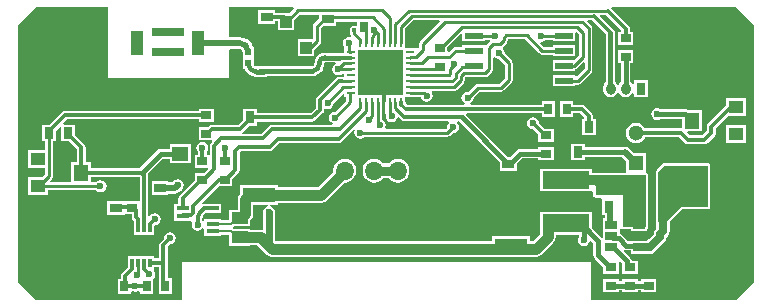
<source format=gtl>
G04*
G04 #@! TF.GenerationSoftware,Altium Limited,Altium Designer,19.0.11 (319)*
G04*
G04 Layer_Physical_Order=1*
G04 Layer_Color=255*
%FSLAX25Y25*%
%MOIN*%
G70*
G01*
G75*
%ADD10C,0.00787*%
%ADD36R,0.01181X0.02953*%
%ADD37R,0.02756X0.03543*%
%ADD38R,0.03150X0.01121*%
%ADD39R,0.01121X0.03150*%
%ADD40R,0.03937X0.07874*%
%ADD41R,0.11024X0.02756*%
%ADD42R,0.06000X0.02100*%
%ADD43R,0.03150X0.03937*%
%ADD44R,0.03937X0.02756*%
%ADD45R,0.04200X0.01654*%
%ADD46R,0.11063X0.04882*%
%ADD47R,0.04882X0.11063*%
%ADD48R,0.15748X0.05906*%
%ADD49R,0.05512X0.03937*%
%ADD50R,0.05118X0.04331*%
%ADD51R,0.05118X0.05512*%
%ADD52R,0.03543X0.02756*%
%ADD53R,0.02165X0.02165*%
%ADD54R,0.03843X0.03000*%
%ADD55R,0.03000X0.03843*%
%ADD56R,0.03858X0.04331*%
%ADD92C,0.01575*%
%ADD93C,0.02165*%
%ADD94R,0.05512X0.04724*%
%ADD95R,0.05512X0.07874*%
%ADD96R,0.06890X0.05709*%
%ADD97R,0.12402X0.12402*%
%ADD98C,0.01181*%
%ADD99C,0.00984*%
%ADD100C,0.01122*%
%ADD101C,0.03543*%
%ADD102C,0.01968*%
%ADD103C,0.02362*%
%ADD104C,0.03150*%
%ADD105C,0.01500*%
%ADD106C,0.01378*%
%ADD107C,0.02756*%
%ADD108R,0.04000X0.03150*%
%ADD109O,0.04000X0.03150*%
%ADD110O,0.05906X0.06299*%
%ADD111R,0.05118X0.06890*%
%ADD112O,0.03150X0.04000*%
%ADD113R,0.03150X0.04000*%
%ADD114C,0.05906*%
%ADD115R,0.05906X0.05906*%
%ADD116C,0.05118*%
%ADD117R,0.05118X0.05118*%
%ADD118C,0.27559*%
%ADD119C,0.02362*%
%ADD120C,0.01575*%
G36*
X92393Y97728D02*
X90925Y96260D01*
X86865D01*
Y96210D01*
X85937D01*
Y97092D01*
X80519D01*
Y92517D01*
X85937D01*
Y93400D01*
X86865D01*
Y90354D01*
X92298D01*
Y93744D01*
X94187Y95633D01*
X100834D01*
Y94558D01*
X99028Y92751D01*
X98730Y92305D01*
X98625Y91779D01*
Y87598D01*
X93558D01*
Y81693D01*
X98991D01*
Y83795D01*
X100972Y85776D01*
X101270Y86222D01*
X101375Y86748D01*
Y91210D01*
X102013Y91848D01*
X106252D01*
Y93281D01*
X113524D01*
Y92168D01*
X113024Y91951D01*
X112484Y92058D01*
X111870Y91936D01*
X111349Y91588D01*
X111001Y91067D01*
X110879Y90453D01*
X111001Y89838D01*
X111180Y89571D01*
Y89271D01*
X111279Y88772D01*
X111405Y88583D01*
X111104Y88133D01*
X110630Y88227D01*
X109862Y88075D01*
X109211Y87640D01*
X108776Y86989D01*
X108623Y86221D01*
X108776Y85452D01*
X109013Y85098D01*
X109055Y84615D01*
X109055Y84615D01*
Y82704D01*
X108212D01*
X108095Y82783D01*
X107480Y82905D01*
X102559D01*
X102530Y82899D01*
X101686Y82788D01*
X100871Y82451D01*
X100172Y81914D01*
X99636Y81215D01*
X99299Y80401D01*
X99194Y79606D01*
X99184Y79528D01*
X99182D01*
X99175Y79114D01*
X99016Y78680D01*
X98961Y78597D01*
X98724Y78439D01*
X98445Y78384D01*
Y78377D01*
X91339D01*
X91237Y78357D01*
X83465D01*
Y78466D01*
X81454D01*
X81299Y78497D01*
X81144Y78466D01*
X79724D01*
Y78466D01*
X79336Y78365D01*
X78937Y78697D01*
Y81214D01*
X78937D01*
Y81217D01*
X78937D01*
Y83182D01*
X78954Y83268D01*
X78959D01*
X78937Y83434D01*
Y84957D01*
X78615D01*
X78307Y85700D01*
X77534Y86707D01*
X76527Y87480D01*
X75353Y87966D01*
X74094Y88132D01*
Y88128D01*
X70760D01*
Y98228D01*
X92186D01*
X92393Y97728D01*
D02*
G37*
G36*
X245669Y92126D02*
X245669Y6398D01*
X239862Y591D01*
X191339Y591D01*
X191339Y12992D01*
X54921Y12992D01*
X54921Y591D01*
X6398D01*
X492Y6496D01*
X492Y92224D01*
X6299Y98032D01*
X30378Y98032D01*
X30417Y74508D01*
X70760Y74508D01*
Y83795D01*
X71260Y84251D01*
X74437D01*
X74497Y84239D01*
X74838Y84011D01*
X75031Y83722D01*
X75141Y83268D01*
X75141Y83268D01*
X75197Y82985D01*
Y81217D01*
X75197D01*
Y81214D01*
X75197D01*
Y77473D01*
X75902D01*
X76051Y77113D01*
X76760Y76190D01*
X77684Y75481D01*
X78760Y75035D01*
X79724Y74908D01*
Y74726D01*
X83465D01*
Y75146D01*
X91318D01*
X91318Y75146D01*
X91420Y75166D01*
X98445D01*
Y75163D01*
X99467Y75298D01*
X100420Y75692D01*
X101239Y76320D01*
X101867Y77139D01*
X102261Y78092D01*
X102396Y79114D01*
X102396Y79114D01*
X102413Y79349D01*
X102658Y79694D01*
X106084D01*
X106385Y79230D01*
X106381Y79194D01*
X105765Y78782D01*
X105330Y78131D01*
X105177Y77363D01*
X105330Y76595D01*
X105765Y75944D01*
X106416Y75509D01*
X107184Y75356D01*
X107952Y75509D01*
X108555Y75911D01*
X108824Y75845D01*
X109055Y75742D01*
Y74955D01*
X108555Y74811D01*
X108464Y74829D01*
X107207D01*
X106669Y74722D01*
X106213Y74418D01*
X99991Y68195D01*
X99686Y67739D01*
X99579Y67202D01*
Y64399D01*
X97904Y62724D01*
X80006D01*
Y64028D01*
X75431D01*
Y60597D01*
X73719Y58885D01*
X65059D01*
X64521Y58778D01*
X64066Y58474D01*
X63663Y58071D01*
X60532D01*
Y53740D01*
X64880D01*
X65071Y53278D01*
X64755Y52962D01*
X64450Y52506D01*
X64343Y51968D01*
Y48898D01*
X63216D01*
Y49752D01*
X63230Y49762D01*
X63665Y50413D01*
X63818Y51181D01*
X63665Y51949D01*
X63230Y52600D01*
X62579Y53035D01*
X61811Y53188D01*
X61043Y53035D01*
X60392Y52600D01*
X59957Y51949D01*
X59804Y51181D01*
X59957Y50413D01*
X60392Y49762D01*
X60406Y49752D01*
Y48898D01*
X59252D01*
Y44567D01*
X63580D01*
X63772Y44105D01*
X62383Y42717D01*
X59252D01*
Y40373D01*
X54243Y35364D01*
X53938Y34908D01*
X53831Y34370D01*
Y32618D01*
X52349D01*
Y29390D01*
Y26831D01*
X58096D01*
X58455Y26468D01*
X58382Y26359D01*
X58229Y25591D01*
X58382Y24823D01*
X58817Y24171D01*
X59468Y23736D01*
X60236Y23584D01*
X61004Y23736D01*
X61655Y24171D01*
X61849Y24461D01*
X62349Y24309D01*
Y21713D01*
X68124D01*
Y22122D01*
X70669D01*
Y18583D01*
X77756D01*
Y18729D01*
X80140D01*
X83273Y15596D01*
X84120Y15030D01*
X85118Y14832D01*
X172953D01*
X173951Y15030D01*
X174798Y15596D01*
X178617Y19415D01*
X178617Y19415D01*
X178814Y19612D01*
X179379Y20458D01*
X179578Y21457D01*
Y22244D01*
X187371D01*
Y21613D01*
X187122Y21240D01*
X186969Y20472D01*
X187122Y19704D01*
X187557Y19053D01*
X188208Y18618D01*
X188976Y18465D01*
X189744Y18618D01*
X190396Y19053D01*
X190831Y19704D01*
X190917Y20136D01*
X191459Y20301D01*
X192133Y19626D01*
Y15354D01*
X192253Y14754D01*
X192592Y14246D01*
X195472Y11366D01*
Y9252D01*
X200590D01*
Y13279D01*
X201091Y13486D01*
X201742Y12835D01*
Y11986D01*
X201772Y11835D01*
Y9193D01*
X206890D01*
Y13524D01*
X204869D01*
X204757Y14084D01*
X204417Y14592D01*
X202300Y16709D01*
X202500Y17164D01*
X202531Y17186D01*
X203103Y17072D01*
X204565D01*
Y15846D01*
X207208D01*
X207421Y15804D01*
X210925D01*
X211770Y15972D01*
X212486Y16451D01*
X215931Y19896D01*
X216410Y20612D01*
X216573Y21433D01*
X216915Y21776D01*
X217394Y22492D01*
X217562Y23337D01*
Y26466D01*
X221789Y30693D01*
X229961Y30693D01*
X229961Y30693D01*
X230269Y30754D01*
X230529Y30928D01*
X230883Y31282D01*
X231057Y31542D01*
X231118Y31850D01*
X231118Y45276D01*
X231057Y45583D01*
X230883Y45843D01*
X230622Y46017D01*
X230315Y46078D01*
X215748D01*
X215748Y46078D01*
X215441Y46017D01*
X215180Y45843D01*
X213212Y43875D01*
X213038Y43614D01*
X212977Y43307D01*
X212977Y26575D01*
X213038Y26268D01*
X213147Y26105D01*
Y24251D01*
X212809Y23914D01*
X212330Y23198D01*
X212167Y22376D01*
X210011Y20220D01*
X207421D01*
X207208Y20177D01*
X206945D01*
X206793Y20207D01*
X203752D01*
X201727Y22232D01*
X201218Y22572D01*
X200946Y22626D01*
Y24222D01*
X201447Y24374D01*
X201499Y24295D01*
X201760Y24121D01*
X202067Y24059D01*
X204565D01*
Y23327D01*
X210077D01*
Y24309D01*
X210213Y24400D01*
X210387Y24661D01*
X210449Y24968D01*
Y42028D01*
X210387Y42335D01*
X210213Y42595D01*
X209953Y42769D01*
X209744Y43185D01*
Y49528D01*
X205606D01*
X204053Y51080D01*
X203467Y51472D01*
X202776Y51609D01*
X202084Y51472D01*
X201990Y51409D01*
X189370D01*
Y52559D01*
X184646D01*
Y47047D01*
X189370D01*
Y48197D01*
X201827D01*
X203051Y46973D01*
X203051Y42835D01*
X202553Y42830D01*
X191732D01*
Y44291D01*
X174409D01*
Y36811D01*
X191732D01*
X192111Y36517D01*
Y35433D01*
X192172Y35126D01*
X192346Y34865D01*
X192606Y34691D01*
X192913Y34630D01*
X194794D01*
X194975Y34205D01*
X194975Y34130D01*
Y28787D01*
X195920D01*
Y27657D01*
X195435D01*
Y23327D01*
Y21348D01*
X194935Y21196D01*
X194809Y21384D01*
X191732Y24461D01*
Y29724D01*
X174409D01*
Y25055D01*
X174359Y24803D01*
Y22537D01*
X171872Y20050D01*
X170984D01*
Y21868D01*
X158346D01*
Y20050D01*
X86199D01*
X86053Y20196D01*
Y29823D01*
X85900Y30591D01*
X85465Y31242D01*
X84814Y31677D01*
X84378Y31764D01*
X84428Y32264D01*
X87028D01*
Y32883D01*
X101358D01*
X102357Y33081D01*
X103203Y33647D01*
X109179Y39623D01*
X109252Y39613D01*
X110228Y39742D01*
X111138Y40119D01*
X111919Y40718D01*
X112519Y41500D01*
X112896Y42410D01*
X113024Y43386D01*
Y43780D01*
X112896Y44756D01*
X112519Y45666D01*
X111919Y46447D01*
X111138Y47047D01*
X110228Y47423D01*
X109252Y47552D01*
X108276Y47423D01*
X107366Y47047D01*
X106585Y46447D01*
X105985Y45666D01*
X105608Y44756D01*
X105480Y43780D01*
Y43386D01*
X105489Y43313D01*
X100277Y38101D01*
X87028D01*
Y38721D01*
X74390D01*
Y35929D01*
X74316Y35880D01*
X73751Y35034D01*
X73552Y34035D01*
Y30630D01*
X70669D01*
Y27090D01*
X69882D01*
X69882Y27090D01*
X68143D01*
Y27500D01*
X62369D01*
Y27101D01*
X61869Y26886D01*
X61641Y27102D01*
Y27763D01*
X61676Y27798D01*
X61981Y28253D01*
X62066Y28681D01*
X62774Y29390D01*
X68124D01*
Y32618D01*
X62349D01*
Y32618D01*
X62029Y32638D01*
X61847Y32762D01*
X61827Y32921D01*
X67291Y38386D01*
X71850D01*
Y40730D01*
X73828Y42707D01*
X74133Y43163D01*
X74240Y43701D01*
Y49682D01*
X74728Y50170D01*
X84252D01*
X84790Y50277D01*
X85245Y50581D01*
X87521Y52857D01*
X107169D01*
X107707Y52964D01*
X108163Y53268D01*
X108248Y53397D01*
X112202Y57350D01*
X112614Y57067D01*
X112461Y56299D01*
X112614Y55531D01*
X113049Y54880D01*
X113700Y54445D01*
X114469Y54292D01*
X115237Y54445D01*
X115888Y54880D01*
X115901Y54899D01*
X143507D01*
X144006Y54998D01*
X144429Y55281D01*
X145239Y56091D01*
X145374Y56064D01*
X146142Y56217D01*
X146793Y56652D01*
X147228Y57303D01*
X147381Y58071D01*
X147228Y58839D01*
X146793Y59490D01*
X146760Y59512D01*
X146912Y60012D01*
X147410D01*
X160992Y46430D01*
Y43445D01*
X166567D01*
Y45899D01*
X168334Y47666D01*
X173819D01*
Y47106D01*
X178937D01*
Y51437D01*
X173819D01*
Y50877D01*
X167669D01*
X167669Y50877D01*
X167055Y50755D01*
X166534Y50407D01*
X166534Y50407D01*
X164296Y48169D01*
X163794D01*
X149695Y62268D01*
X149902Y62768D01*
X174921D01*
Y61614D01*
X179252D01*
Y66732D01*
X174921D01*
Y65578D01*
X151293D01*
X151141Y66078D01*
X151616Y66396D01*
X152051Y67047D01*
X152204Y67815D01*
X152177Y67950D01*
X154195Y69968D01*
X161332D01*
X161831Y70068D01*
X162254Y70350D01*
X164899Y72995D01*
X165182Y73418D01*
X165281Y73917D01*
Y79429D01*
X165182Y79928D01*
X164899Y80352D01*
X162512Y82739D01*
X162539Y82874D01*
X162386Y83642D01*
X161951Y84293D01*
X161957Y84890D01*
X161978Y84904D01*
X163226Y86152D01*
X163508Y86575D01*
X163608Y87074D01*
Y87353D01*
X163729Y87475D01*
X169342D01*
X174137Y82680D01*
X174560Y82397D01*
X175059Y82298D01*
X178609D01*
Y81765D01*
X186184D01*
Y85440D01*
X178609D01*
Y84907D01*
X175599D01*
X174326Y86180D01*
X174572Y86641D01*
X174803Y86595D01*
X175571Y86748D01*
X176222Y87183D01*
X176252Y87227D01*
X178609D01*
Y86765D01*
X186184D01*
Y89468D01*
X186645Y89659D01*
X187258Y89046D01*
Y81908D01*
X185791Y80440D01*
X178609D01*
Y76765D01*
X186184D01*
Y77398D01*
X186326Y77426D01*
X186749Y77709D01*
X188785Y79744D01*
X189247Y79553D01*
Y77644D01*
X186683Y75081D01*
X186184Y75288D01*
Y75440D01*
X178609D01*
Y71765D01*
X186184D01*
Y72298D01*
X187050D01*
X187549Y72397D01*
X187972Y72680D01*
X191474Y76181D01*
X191756Y76605D01*
X191856Y77104D01*
Y91102D01*
X191756Y91602D01*
X191474Y92025D01*
X190186Y93312D01*
X190378Y93774D01*
X191640D01*
X196221Y89193D01*
Y73015D01*
X196191Y72994D01*
X195669Y72213D01*
X195485Y71291D01*
Y70441D01*
X195669Y69519D01*
X196191Y68738D01*
X196972Y68216D01*
X197894Y68032D01*
X198815Y68216D01*
X199597Y68738D01*
X200119Y69519D01*
X200139Y69620D01*
X200649D01*
X200669Y69519D01*
X201191Y68738D01*
X201972Y68216D01*
X202894Y68032D01*
X203815Y68216D01*
X204597Y68738D01*
X205031Y69389D01*
X205532Y69237D01*
Y68079D01*
X210256D01*
Y73654D01*
X205532D01*
Y72495D01*
X205031Y72344D01*
X204597Y72994D01*
X204521Y73045D01*
Y79390D01*
X205474D01*
Y83720D01*
X200356D01*
Y79390D01*
X201310D01*
Y73074D01*
X201191Y72994D01*
X200669Y72213D01*
X200649Y72113D01*
X200139D01*
X200119Y72213D01*
X199597Y72994D01*
X199433Y73104D01*
Y89472D01*
X199311Y90087D01*
X198962Y90608D01*
X198442Y90956D01*
X198431Y90958D01*
X194206Y95182D01*
X194397Y95644D01*
X196147D01*
X201389Y90402D01*
X201218Y89902D01*
X200356D01*
Y85571D01*
X205474D01*
Y89902D01*
X204320D01*
Y90863D01*
X204213Y91400D01*
X203909Y91856D01*
X198036Y97728D01*
X198243Y98228D01*
X239567D01*
X245669Y92126D01*
D02*
G37*
G36*
X141015Y93312D02*
X134511Y86807D01*
X134228Y86384D01*
X134128Y85885D01*
Y84444D01*
X133965Y84321D01*
X133465Y84572D01*
Y84615D01*
X129497D01*
Y88583D01*
X129454D01*
Y90995D01*
X132233Y93774D01*
X140824D01*
X141015Y93312D01*
D02*
G37*
G36*
X148462Y89015D02*
Y86765D01*
X156037D01*
Y87288D01*
X157641D01*
X157785Y86813D01*
X157746Y86757D01*
X157734Y86749D01*
X156529Y85544D01*
X156507Y85511D01*
X156037Y85440D01*
X156037Y85440D01*
X148462D01*
Y84907D01*
X146336D01*
X145837Y84808D01*
X145414Y84525D01*
X144004Y83115D01*
X143504Y83322D01*
Y84710D01*
X148000Y89206D01*
X148462Y89015D01*
D02*
G37*
G36*
X159763Y81020D02*
X160531Y80867D01*
X160667Y80894D01*
X162672Y78889D01*
Y74458D01*
X160792Y72577D01*
X153655D01*
X153156Y72478D01*
X152732Y72195D01*
X150332Y69795D01*
X150197Y69822D01*
X149429Y69669D01*
X148778Y69234D01*
X148343Y68583D01*
X148190Y67815D01*
X148343Y67047D01*
X148778Y66396D01*
X149253Y66078D01*
X149101Y65578D01*
X130097D01*
X129554Y66121D01*
Y66535D01*
X129497Y66824D01*
Y68141D01*
X130966D01*
X131102Y68113D01*
X134685D01*
X134760Y67736D01*
X135195Y67085D01*
X135846Y66650D01*
X136614Y66497D01*
X137382Y66650D01*
X138033Y67085D01*
X138469Y67736D01*
X138621Y68504D01*
X138469Y69272D01*
X138215Y69652D01*
X138482Y70152D01*
X145659D01*
X146159Y70251D01*
X146582Y70534D01*
X148893Y72845D01*
X149175Y73268D01*
X149275Y73767D01*
Y74642D01*
X149459Y74826D01*
X156052D01*
X156551Y74926D01*
X156975Y75208D01*
X158374Y76608D01*
X158657Y77031D01*
X158756Y77530D01*
Y81156D01*
X159256Y81359D01*
X159763Y81020D01*
D02*
G37*
G36*
X109055Y69056D02*
Y68141D01*
X109818D01*
Y66892D01*
X106139Y63214D01*
X106004Y63241D01*
X105236Y63088D01*
X104585Y62653D01*
X104150Y62002D01*
X103997Y61234D01*
X104150Y60465D01*
X104585Y59814D01*
X105236Y59379D01*
X105156Y58885D01*
X85039D01*
X84502Y58778D01*
X84046Y58474D01*
X81308Y55736D01*
X75002D01*
X74949Y55881D01*
X74919Y56236D01*
X75295Y56487D01*
X77418Y58610D01*
X80006D01*
Y59914D01*
X98486D01*
X99024Y60021D01*
X99480Y60325D01*
X101978Y62823D01*
X102282Y63279D01*
X102389Y63817D01*
Y63990D01*
X102889Y64265D01*
X103543Y64135D01*
X104311Y64287D01*
X104963Y64723D01*
X105398Y65374D01*
X105550Y66142D01*
X105540Y66194D01*
X108593Y69247D01*
X109055Y69056D01*
D02*
G37*
G36*
X128740Y79952D02*
Y76015D01*
Y72078D01*
Y68898D01*
X122865D01*
Y66672D01*
X122838Y66535D01*
Y62876D01*
X122942Y62350D01*
X122988Y62282D01*
X122895Y61814D01*
X123047Y61046D01*
X123482Y60395D01*
X124134Y59960D01*
X124902Y59807D01*
X125670Y59960D01*
X126321Y60395D01*
X126756Y61046D01*
X126794Y61239D01*
X127273Y61384D01*
X128105Y60552D01*
X128191Y60424D01*
X128646Y60119D01*
X129184Y60012D01*
X143836D01*
X143988Y59512D01*
X143955Y59490D01*
X143520Y58839D01*
X143367Y58071D01*
X143394Y57936D01*
X142966Y57508D01*
X123023D01*
X122749Y58008D01*
X122879Y58664D01*
X122726Y59432D01*
X122291Y60084D01*
X121710Y60472D01*
Y66476D01*
X121623Y66913D01*
Y68898D01*
X113779D01*
Y72078D01*
Y76015D01*
Y79952D01*
Y83858D01*
X128740D01*
Y79952D01*
D02*
G37*
G36*
X230315Y31850D02*
X229961Y31496D01*
X221457Y31496D01*
X216535Y26575D01*
X213779D01*
X213779Y43307D01*
X215748Y45276D01*
X230315D01*
X230315Y31850D01*
D02*
G37*
G36*
X209646Y24968D02*
X209390Y24862D01*
X202067D01*
Y35492D01*
X202008Y35433D01*
X192913D01*
Y38386D01*
X192323Y38976D01*
X188684D01*
X188334Y39333D01*
X188386Y42028D01*
X209646D01*
Y24968D01*
D02*
G37*
G36*
X83714Y31764D02*
X83278Y31677D01*
X82627Y31242D01*
X82192Y30591D01*
X82039Y29823D01*
Y24179D01*
X81652Y23862D01*
X81221Y23948D01*
X77756D01*
Y24094D01*
X72372D01*
X72289Y24178D01*
X72131Y24284D01*
X72102Y24792D01*
X72450Y25118D01*
X77756D01*
Y27023D01*
X78006Y27191D01*
X78572Y28037D01*
X78771Y29035D01*
Y32264D01*
X83664D01*
X83714Y31764D01*
D02*
G37*
%LPC*%
G36*
X65650Y64252D02*
X60532D01*
Y63492D01*
X16132D01*
X15594Y63385D01*
X15138Y63080D01*
X10949Y58890D01*
X8361D01*
Y53472D01*
X9422D01*
Y50394D01*
X3543D01*
Y44488D01*
X9422D01*
Y42469D01*
X8292Y41339D01*
X3543D01*
Y35433D01*
X10236D01*
Y37011D01*
X26406D01*
X26435Y36967D01*
X27086Y36531D01*
X27854Y36379D01*
X28622Y36531D01*
X29274Y36967D01*
X29709Y37618D01*
X29861Y38386D01*
X29709Y39154D01*
X29274Y39805D01*
X28622Y40240D01*
X27854Y40393D01*
X27086Y40240D01*
X26435Y39805D01*
X26406Y39761D01*
X24803D01*
Y41508D01*
X40839D01*
X40918Y41456D01*
Y33425D01*
X36070D01*
X35925Y33425D01*
Y33425D01*
X35581Y33399D01*
Y33399D01*
X30163D01*
Y28824D01*
X35581D01*
Y28824D01*
X35925Y29094D01*
X38260D01*
Y28110D01*
X38367Y27573D01*
X38672Y27117D01*
X38949Y26839D01*
Y24362D01*
X38976Y24226D01*
Y22098D01*
X45669D01*
Y24226D01*
X45696Y24362D01*
Y24905D01*
X45866Y25355D01*
X46634Y25508D01*
X47285Y25943D01*
X47720Y26594D01*
X47873Y27362D01*
X47720Y28130D01*
X47285Y28781D01*
X46634Y29217D01*
X45866Y29369D01*
X45098Y29217D01*
X44447Y28781D01*
X44228Y28453D01*
X43728Y28605D01*
Y42162D01*
X43622Y42694D01*
X48535Y47607D01*
X50886D01*
Y46063D01*
X57972D01*
Y52362D01*
X50886D01*
Y50818D01*
X47870D01*
X47870Y50818D01*
X47256Y50696D01*
X46735Y50348D01*
X46735Y50348D01*
X40705Y44318D01*
X24803D01*
Y46457D01*
X22862D01*
Y51332D01*
X22755Y51869D01*
X22450Y52325D01*
X19317Y55459D01*
Y58890D01*
X15576D01*
X15384Y59352D01*
X16714Y60682D01*
X60532D01*
Y59921D01*
X65650D01*
Y64252D01*
D02*
G37*
G36*
X242913Y67716D02*
X236221D01*
Y65121D01*
X230432Y59332D01*
X230105Y58844D01*
X229991Y58268D01*
Y56923D01*
X228510Y55442D01*
X224246D01*
X223457Y56231D01*
X223648Y56693D01*
X228346D01*
Y63779D01*
X223656D01*
X223351Y63983D01*
X222736Y64106D01*
X222736Y64106D01*
X214526D01*
X214154Y64354D01*
X213386Y64507D01*
X212618Y64354D01*
X211967Y63919D01*
X211531Y63268D01*
X211379Y62500D01*
X211531Y61732D01*
X211967Y61081D01*
X212618Y60646D01*
X213386Y60493D01*
X214154Y60646D01*
X214526Y60894D01*
X221654D01*
Y57913D01*
X221378Y57686D01*
X209396D01*
X209321Y57869D01*
X208784Y58568D01*
X208085Y59104D01*
X207271Y59441D01*
X206398Y59556D01*
X205524Y59441D01*
X204710Y59104D01*
X204011Y58568D01*
X203474Y57869D01*
X203137Y57055D01*
X203022Y56181D01*
X203137Y55308D01*
X203474Y54493D01*
X204011Y53794D01*
X204710Y53258D01*
X205524Y52921D01*
X206398Y52806D01*
X207271Y52921D01*
X208085Y53258D01*
X208784Y53794D01*
X209321Y54493D01*
X209396Y54676D01*
X220754D01*
X222558Y52873D01*
X223046Y52546D01*
X223622Y52432D01*
X229134D01*
X229710Y52546D01*
X230198Y52873D01*
X232560Y55235D01*
X232887Y55723D01*
X233001Y56299D01*
Y57644D01*
X237168Y61811D01*
X242913D01*
Y67716D01*
D02*
G37*
G36*
X185433Y66732D02*
X181102D01*
Y61614D01*
X185433D01*
Y62768D01*
X187745D01*
X189146Y61367D01*
Y60827D01*
X188386D01*
Y55315D01*
X193110D01*
Y60827D01*
X191956D01*
Y61949D01*
X191849Y62486D01*
X191545Y62942D01*
X189320Y65167D01*
X188864Y65471D01*
X188327Y65578D01*
X185433D01*
Y66732D01*
D02*
G37*
G36*
X172047Y61456D02*
X171279Y61303D01*
X170628Y60868D01*
X170193Y60217D01*
X170040Y59449D01*
X170193Y58681D01*
X170628Y58030D01*
X171279Y57595D01*
X171999Y57451D01*
X173819Y55631D01*
Y53287D01*
X178937D01*
Y57618D01*
X175806D01*
X174041Y59383D01*
X174054Y59449D01*
X173901Y60217D01*
X173467Y60868D01*
X172815Y61303D01*
X172047Y61456D01*
D02*
G37*
G36*
X242913Y58661D02*
X236221D01*
Y52756D01*
X242913D01*
Y58661D01*
D02*
G37*
G36*
X126969Y47552D02*
X125992Y47423D01*
X125082Y47047D01*
X124301Y46447D01*
X123951Y45991D01*
X122112D01*
X121762Y46447D01*
X120981Y47047D01*
X120071Y47423D01*
X119095Y47552D01*
X118118Y47423D01*
X117208Y47047D01*
X116427Y46447D01*
X115828Y45666D01*
X115451Y44756D01*
X115322Y43780D01*
Y43386D01*
X115451Y42410D01*
X115828Y41500D01*
X116427Y40718D01*
X117208Y40119D01*
X118118Y39742D01*
X119095Y39613D01*
X120071Y39742D01*
X120981Y40119D01*
X121762Y40718D01*
X122112Y41174D01*
X123951D01*
X124301Y40718D01*
X125082Y40119D01*
X125992Y39742D01*
X126969Y39613D01*
X127945Y39742D01*
X128855Y40119D01*
X129636Y40718D01*
X130236Y41500D01*
X130612Y42410D01*
X130741Y43386D01*
Y43780D01*
X130612Y44756D01*
X130236Y45666D01*
X129636Y46447D01*
X128855Y47047D01*
X127945Y47423D01*
X126969Y47552D01*
D02*
G37*
G36*
X53543Y40688D02*
X52775Y40535D01*
X52124Y40100D01*
X51852Y39693D01*
X50445D01*
Y40173D01*
X45027D01*
Y35599D01*
X50445D01*
Y35879D01*
X52648D01*
X53378Y36024D01*
X53996Y36438D01*
X54535Y36976D01*
X54962Y37262D01*
X55398Y37913D01*
X55550Y38681D01*
X55398Y39449D01*
X54962Y40100D01*
X54311Y40535D01*
X53543Y40688D01*
D02*
G37*
G36*
X50984Y22996D02*
X50216Y22843D01*
X49565Y22408D01*
X49130Y21757D01*
X48977Y20989D01*
X48981Y20972D01*
X47862Y19853D01*
X47558Y19397D01*
X47451Y18860D01*
Y14349D01*
X45669D01*
Y15208D01*
X37008D01*
Y13080D01*
X36981Y12944D01*
Y11386D01*
X34953Y9358D01*
X34648Y8902D01*
X34541Y8364D01*
Y7579D01*
X33602D01*
Y2461D01*
X37933D01*
Y3234D01*
X38433Y3501D01*
X38700Y3323D01*
X39469Y3170D01*
X40237Y3323D01*
X40602Y3567D01*
X41102Y3300D01*
Y2559D01*
X45433D01*
Y7535D01*
X45584Y7636D01*
X46019Y8287D01*
X46172Y9055D01*
X46019Y9823D01*
X45756Y10216D01*
X45669Y10680D01*
X45669Y10680D01*
X45669Y10680D01*
Y11539D01*
X47451D01*
Y7677D01*
X47284D01*
Y2559D01*
X51614D01*
Y7677D01*
X50261D01*
Y18278D01*
X50967Y18985D01*
X50984Y18981D01*
X51752Y19134D01*
X52403Y19569D01*
X52838Y20220D01*
X52991Y20989D01*
X52838Y21757D01*
X52403Y22408D01*
X51752Y22843D01*
X50984Y22996D01*
D02*
G37*
G36*
X213189Y7402D02*
X208071D01*
Y6804D01*
X206890D01*
Y7343D01*
X201772D01*
Y6804D01*
X200590D01*
Y7402D01*
X195472D01*
Y3071D01*
X200590D01*
Y3669D01*
X201772D01*
Y3012D01*
X206890D01*
Y3669D01*
X208071D01*
Y3071D01*
X213189D01*
Y7402D01*
D02*
G37*
%LPD*%
G36*
X14742Y58056D02*
Y53472D01*
X17330D01*
X20052Y50750D01*
Y46457D01*
X18110D01*
Y39761D01*
X11256D01*
X11065Y40223D01*
X11769Y40927D01*
X12067Y41374D01*
X12172Y41900D01*
Y53472D01*
X12935D01*
Y56903D01*
X14280Y58248D01*
X14742Y58056D01*
D02*
G37*
D10*
X71437Y25886D02*
X73248Y27697D01*
X69882Y25886D02*
X71437D01*
X69882Y25886D02*
X69882Y25886D01*
X65256Y25886D02*
X69882D01*
X71437Y23327D02*
X73248Y21516D01*
X65236Y23327D02*
X71437D01*
X73248Y21516D02*
X74213D01*
X73248Y27697D02*
X74213D01*
D36*
X38386Y12944D02*
D03*
X40354D02*
D03*
X42323D02*
D03*
X44291D02*
D03*
X38386Y24362D02*
D03*
X40354D02*
D03*
X42323D02*
D03*
X44291D02*
D03*
D37*
X49449Y5118D02*
D03*
X43268D02*
D03*
X29587Y5020D02*
D03*
X35768D02*
D03*
X109508Y91535D02*
D03*
X115689D02*
D03*
X177087Y64173D02*
D03*
X183268D02*
D03*
D38*
X111417Y83268D02*
D03*
Y81299D02*
D03*
Y79331D02*
D03*
Y77362D02*
D03*
Y75394D02*
D03*
Y73425D02*
D03*
Y71457D02*
D03*
Y69488D02*
D03*
X131102D02*
D03*
Y71457D02*
D03*
Y73425D02*
D03*
Y75394D02*
D03*
Y77362D02*
D03*
Y79331D02*
D03*
Y81299D02*
D03*
Y83268D02*
D03*
D39*
X114370Y66535D02*
D03*
X116339D02*
D03*
X118307D02*
D03*
X120276D02*
D03*
X122244D02*
D03*
X124213D02*
D03*
X126181D02*
D03*
X128150D02*
D03*
Y86221D02*
D03*
X126181D02*
D03*
X124213D02*
D03*
X122244D02*
D03*
X120276D02*
D03*
X118307D02*
D03*
X116339D02*
D03*
X114370D02*
D03*
D40*
X60434Y86221D02*
D03*
X39962D02*
D03*
D41*
X50198Y89765D02*
D03*
X50296Y83072D02*
D03*
D42*
X152250Y88602D02*
D03*
Y83602D02*
D03*
Y78602D02*
D03*
Y73602D02*
D03*
X182396D02*
D03*
Y78602D02*
D03*
Y83602D02*
D03*
Y88602D02*
D03*
D43*
X190748Y58071D02*
D03*
X183268D02*
D03*
X187008Y49803D02*
D03*
D44*
X198191Y25492D02*
D03*
Y21752D02*
D03*
Y18012D02*
D03*
X207321Y25492D02*
D03*
Y21752D02*
D03*
Y18012D02*
D03*
D45*
X65236Y23327D02*
D03*
X65256Y25886D02*
D03*
X65236Y28445D02*
D03*
Y31004D02*
D03*
X55236D02*
D03*
Y28445D02*
D03*
Y25886D02*
D03*
Y23327D02*
D03*
D46*
X80709Y47185D02*
D03*
Y35492D02*
D03*
X164665Y30333D02*
D03*
Y18640D02*
D03*
D47*
X227618Y38465D02*
D03*
X239311D02*
D03*
D48*
X183071Y25984D02*
D03*
Y40551D02*
D03*
D49*
X74213Y21339D02*
D03*
Y27874D02*
D03*
D50*
X6890Y38386D02*
D03*
Y47441D02*
D03*
X239567Y64764D02*
D03*
Y55709D02*
D03*
D51*
X21457Y42913D02*
D03*
X225000Y60236D02*
D03*
D52*
X140945Y84390D02*
D03*
Y78209D02*
D03*
X202915Y87736D02*
D03*
Y81555D02*
D03*
X176378Y55453D02*
D03*
Y49272D02*
D03*
X61811Y40551D02*
D03*
Y46732D02*
D03*
X69291D02*
D03*
Y40551D02*
D03*
X38484Y31260D02*
D03*
Y37441D02*
D03*
X198031Y11417D02*
D03*
Y5236D02*
D03*
X210630Y11417D02*
D03*
Y5236D02*
D03*
X204331Y11358D02*
D03*
Y5177D02*
D03*
X63090Y62087D02*
D03*
Y55905D02*
D03*
D53*
X77067Y79344D02*
D03*
Y83087D02*
D03*
X81595Y72853D02*
D03*
Y76596D02*
D03*
X72736Y89865D02*
D03*
Y86121D02*
D03*
D54*
X47736Y31505D02*
D03*
Y37886D02*
D03*
X32872Y37492D02*
D03*
Y31111D02*
D03*
X103543Y87754D02*
D03*
Y94135D02*
D03*
X83228Y88424D02*
D03*
Y94805D02*
D03*
D55*
X10648Y56181D02*
D03*
X17029D02*
D03*
X203643Y31496D02*
D03*
X197262D02*
D03*
X71337Y61319D02*
D03*
X77718D02*
D03*
D56*
X89582Y84646D02*
D03*
Y93307D02*
D03*
X96275D02*
D03*
Y84646D02*
D03*
D92*
X77067Y79344D02*
G03*
X79914Y76496I2847J0D01*
G01*
X102559Y81299D02*
G03*
X100787Y79528I0J-1772D01*
G01*
X98445Y76772D02*
G03*
X100787Y79114I0J2342D01*
G01*
X41571Y42913D02*
X47870Y49213D01*
X54429D01*
X148276Y61417D02*
X163833Y45860D01*
X163779Y45807D02*
X164205D01*
X197827Y71260D02*
Y89472D01*
X202915Y70957D02*
Y81555D01*
X213386Y62500D02*
X222736D01*
X223031Y62205D01*
X223228D01*
X225000Y60433D01*
Y60236D02*
Y60433D01*
X77067Y79344D02*
Y79444D01*
X81595Y76751D02*
X91318D01*
X79914Y76496D02*
X81595D01*
X81299Y76892D02*
X81595Y76596D01*
Y76496D02*
Y76596D01*
X188976Y20472D02*
Y23819D01*
X186417Y26378D02*
X188976Y23819D01*
X183071Y26378D02*
X186417D01*
X102559Y81299D02*
X107480D01*
X91339Y76772D02*
X98445D01*
X91318Y76751D02*
X91339Y76772D01*
X164205Y45807D02*
X167669Y49272D01*
X187008Y49803D02*
X202776D01*
X167669Y49272D02*
X176378D01*
D93*
X77047Y83268D02*
G03*
X74094Y86221I-2953J0D01*
G01*
X52648Y37786D02*
X53543Y38681D01*
X47736Y37786D02*
X52648D01*
X72736Y86221D02*
X74094D01*
X60786D02*
X72736D01*
D94*
X54429Y49213D02*
D03*
D95*
X30413D02*
D03*
D96*
X41339Y18653D02*
D03*
D97*
X121260Y76378D02*
D03*
D98*
X48856Y18860D02*
X50984Y20989D01*
X48856Y5118D02*
Y18860D01*
X36282Y5177D02*
X38976D01*
X42419D01*
X42576Y5020D01*
X35946Y4841D02*
X36282Y5177D01*
X35946Y4841D02*
Y8364D01*
X38386Y10804D01*
Y12944D01*
X31132Y5089D02*
Y8789D01*
X31063Y5020D02*
X31132Y5089D01*
X60236Y25591D02*
Y28345D01*
X128150Y65582D02*
Y66535D01*
X129558Y64173D02*
X177087D01*
X86939Y54262D02*
X107169D01*
X85039Y57480D02*
X107480D01*
X129184Y61417D02*
X148276D01*
X44291Y12944D02*
X48808D01*
X44291Y25787D02*
X45866Y27362D01*
X38705Y31579D02*
X38780Y31653D01*
X34276Y31579D02*
X38705D01*
X42323Y24362D02*
Y42162D01*
X41571Y42913D02*
X42323Y42162D01*
X21457Y42913D02*
X41571D01*
X42576Y5020D02*
X42674Y5118D01*
X39171Y37835D02*
X39565D01*
X34250Y31605D02*
X34276Y31579D01*
X42323Y10897D02*
X44165Y9055D01*
X42323Y10897D02*
Y12944D01*
X35827Y26476D02*
X36053Y26250D01*
X37383D01*
X38386Y25247D01*
Y24362D02*
Y25247D01*
X44291Y24362D02*
Y25787D01*
X39665Y28110D02*
X40354Y27421D01*
Y24362D02*
Y27421D01*
X39665Y28110D02*
Y30472D01*
X55000Y23563D02*
X55236Y23327D01*
X55000Y25650D02*
X55236Y25886D01*
X192323Y95079D02*
X197929Y89472D01*
X103543Y87854D02*
X104353Y88664D01*
X107030D01*
X109508Y91142D01*
Y91535D01*
X107207Y73424D02*
X108464D01*
X100984Y67202D02*
X107207Y73424D01*
X84252Y51575D02*
X86939Y54262D01*
X100984Y63817D02*
Y67202D01*
X98486Y61319D02*
X100984Y63817D01*
X77618Y61319D02*
X98486D01*
X234735Y50580D02*
X238583Y46732D01*
X202915Y87736D02*
Y90863D01*
X196889Y96889D02*
X202915Y90863D01*
X237992Y64764D02*
X239567D01*
X83958Y84957D02*
Y88370D01*
X83804Y88524D02*
X83958Y88370D01*
X88873Y94805D02*
X90212Y93466D01*
X83958Y94805D02*
X88873D01*
X83858Y94705D02*
X83958Y94805D01*
X60683Y29285D02*
X62402Y31004D01*
X60683Y28791D02*
Y29285D01*
X60236Y28345D02*
X60683Y28791D01*
X58714Y31796D02*
X67470Y40551D01*
X58714Y29606D02*
Y31796D01*
X57907Y28799D02*
X58714Y29606D01*
X57789Y28799D02*
X57907D01*
X57789Y28681D02*
Y28799D01*
X55472Y28681D02*
X57789D01*
X62402Y31004D02*
X65236D01*
X55236Y28445D02*
X55472Y28681D01*
X67470Y40551D02*
X69291D01*
X157715Y73602D02*
X160433Y76320D01*
X153150Y73602D02*
X157715D01*
X107480Y81299D02*
X111417D01*
X81890Y54331D02*
X85039Y57480D01*
X74301D02*
X77618Y60797D01*
Y61319D01*
X65059Y57480D02*
X74301D01*
X63484Y55905D02*
X65059Y57480D01*
X63090Y55905D02*
X63484D01*
X68110Y54331D02*
X81890D01*
X65748Y51968D02*
X68110Y54331D01*
X65748Y44094D02*
Y51968D01*
X10748Y56703D02*
X16132Y62087D01*
X63090D01*
X54646Y54262D02*
X57087Y56703D01*
X55236Y31004D02*
Y34370D01*
X10748Y56181D02*
Y56703D01*
X89587Y49035D02*
X89764Y49213D01*
X82559Y49035D02*
X89587D01*
X153150Y73602D02*
X153169Y73622D01*
X21457Y42913D02*
Y51332D01*
X16929Y55860D02*
X21457Y51332D01*
X16929Y55860D02*
Y56181D01*
X120245Y89065D02*
Y89081D01*
X119095Y90232D02*
X120245Y89081D01*
X205787Y56791D02*
X206398Y56181D01*
X190551Y58268D02*
Y61949D01*
Y58268D02*
X190748Y58071D01*
X188327Y64173D02*
X190551Y61949D01*
X183268Y64173D02*
X188327D01*
X177559Y59449D02*
X182283D01*
X183268Y58465D01*
Y58071D02*
Y58465D01*
X172047Y59390D02*
Y59449D01*
Y59390D02*
X175984Y55453D01*
X176378D01*
X83568Y94468D02*
X83804Y94705D01*
X74146Y51575D02*
X84252D01*
X61811Y40551D02*
X62205D01*
X61417D02*
X61811D01*
X62205D02*
X65748Y44094D01*
X72835Y50264D02*
X74146Y51575D01*
X80709Y47185D02*
X82559Y49035D01*
X72835Y43701D02*
Y50264D01*
X69685Y40551D02*
X72835Y43701D01*
X69291Y40551D02*
X69685D01*
X69291Y46732D02*
Y51181D01*
X61811Y46732D02*
Y51181D01*
X55236Y34370D02*
X61417Y40551D01*
D99*
X143507Y56204D02*
X145374Y58071D01*
X114564Y56204D02*
X143507D01*
X114469Y56299D02*
X114564Y56204D01*
X124902Y61814D02*
Y62187D01*
X130650Y96949D02*
X196791D01*
X126181Y92480D02*
X130650Y96949D01*
X196791D02*
X196889Y96850D01*
X131693Y95079D02*
X192323D01*
X142855Y93307D02*
X188347D01*
X135433Y85885D02*
X142855Y93307D01*
X135433Y83654D02*
Y85885D01*
X190551Y77104D02*
Y91102D01*
X187050Y73602D02*
X190551Y77104D01*
X181496Y73602D02*
X187050D01*
X114370Y86221D02*
Y87385D01*
X112484Y89271D02*
X114370Y87385D01*
X112484Y89271D02*
Y90453D01*
X111122Y66352D02*
Y69420D01*
X111190Y69488D02*
X111417D01*
X163976Y73917D02*
Y79429D01*
X161332Y71273D02*
X163976Y73917D01*
X153655Y71273D02*
X161332D01*
X160531Y82874D02*
X163976Y79429D01*
X159439Y88592D02*
X159449Y88583D01*
X148484Y91535D02*
X186614D01*
X158657Y85827D02*
X161056D01*
X157452Y84622D02*
X158657Y85827D01*
X156052Y76131D02*
X157452Y77530D01*
X148919Y76131D02*
X156052D01*
X150197Y67815D02*
X153655Y71273D01*
X157452Y77530D02*
Y84622D01*
X147970Y75182D02*
X148919Y76131D01*
X161056Y85827D02*
X162303Y87074D01*
Y87894D01*
X163189Y88779D01*
X169882D01*
X175059Y83602D01*
X181496D01*
X145746Y78705D02*
Y79078D01*
X137146Y81367D02*
X144101D01*
X146336Y83602D01*
X153150D01*
X144427Y77386D02*
X145746Y78705D01*
X131102Y71457D02*
X145659D01*
X147970Y73767D01*
Y75182D01*
X145122Y73425D02*
X146198Y74501D01*
X131102Y73425D02*
X145122D01*
X146198Y74501D02*
Y75916D01*
X148327Y78044D01*
X152592D01*
X153150Y78602D01*
X144427Y75923D02*
Y77386D01*
X143898Y75394D02*
X144427Y75923D01*
X131102Y75394D02*
X143898D01*
X150300Y78602D02*
X153150D01*
X106004Y61221D02*
Y61234D01*
X111122Y66352D01*
Y69420D02*
X111190Y69488D01*
X126181Y86221D02*
Y92480D01*
X128150Y91535D02*
X131693Y95079D01*
X128150Y86221D02*
Y91535D01*
X153159Y88592D02*
X159439D01*
X153150Y88602D02*
X153159Y88592D01*
X153150Y88602D02*
X154200D01*
X131170Y77430D02*
X140166D01*
X135109Y79331D02*
X137146Y81367D01*
X131102Y79331D02*
X135109D01*
X133147Y81367D02*
X135433Y83654D01*
X131170Y81367D02*
X133147D01*
X181525Y78631D02*
X185827D01*
X181496Y78602D02*
X181525Y78631D01*
X185827D02*
X188563Y81367D01*
Y89587D01*
X186614Y91535D02*
X188563Y89587D01*
X188347Y93307D02*
X190551Y91102D01*
X141339Y84390D02*
X148484Y91535D01*
X140945Y84390D02*
X141339D01*
X140166Y77430D02*
X140945Y78209D01*
X131102Y77362D02*
X131170Y77430D01*
X131102Y81299D02*
X131170Y81367D01*
D100*
X120335Y59201D02*
X120872Y58664D01*
X120335Y59201D02*
Y66476D01*
X120276Y66535D02*
X120335Y66476D01*
X117323Y60597D02*
Y60932D01*
X126181Y64420D02*
X129184Y61417D01*
X126181Y64420D02*
Y66535D01*
X128150Y65582D02*
X129558Y64173D01*
X124213Y62876D02*
Y66535D01*
Y62876D02*
X124902Y62187D01*
X116338Y63431D02*
Y66535D01*
X107169Y54262D02*
X116338Y63431D01*
X114369Y64369D02*
Y66535D01*
X107480Y57480D02*
X114369Y64369D01*
X118307Y61917D02*
Y66535D01*
X117323Y60932D02*
X118307Y61917D01*
X124213Y66535D02*
X124213Y66535D01*
X114369D02*
X114370Y66535D01*
X40157Y8957D02*
X40325Y9124D01*
Y12915D01*
X40354Y12944D01*
X115945Y90708D02*
X116339Y90314D01*
Y86221D02*
Y90314D01*
X118567Y94656D02*
X122244Y90979D01*
X104663Y94656D02*
X118567D01*
X103708Y93701D02*
X104663Y94656D01*
X118307Y88189D02*
X118898Y88779D01*
X118307Y86221D02*
Y88189D01*
X118898Y88779D02*
Y90035D01*
X110630Y83268D02*
Y86221D01*
X115945Y90708D02*
Y91043D01*
X107184Y77363D02*
X109151Y79330D01*
X111416D01*
X107184Y77363D02*
X111416D01*
X103543Y66142D02*
X108858Y71456D01*
X111416D01*
X102197Y93976D02*
X103937D01*
X100000Y91779D02*
X102197Y93976D01*
X100000Y86748D02*
Y91779D01*
X97957Y84705D02*
X100000Y86748D01*
X90212Y93466D02*
Y93602D01*
Y93366D02*
Y93466D01*
X96904Y84705D02*
X97957D01*
X90212Y93602D02*
X93617Y97008D01*
X119095Y90232D02*
Y90551D01*
X93617Y97008D02*
X121693D01*
X122244Y86221D02*
Y90979D01*
X110631Y83268D02*
X111417D01*
X110630Y83268D02*
X110631Y83268D01*
X124213Y86221D02*
Y94488D01*
X108464Y73424D02*
X111416D01*
X71337Y61419D02*
X71437Y61319D01*
X116338Y66535D02*
X116339Y66535D01*
X7283Y38386D02*
X27854D01*
X135630Y69488D02*
X136614Y68504D01*
X131102Y69488D02*
X135630D01*
X174803Y88602D02*
X181496D01*
X111416Y79330D02*
X111417Y79331D01*
X111416Y77363D02*
X111417Y77362D01*
X111416Y71456D02*
X111417Y71457D01*
X6890Y38386D02*
X7283D01*
X10797Y41900D01*
Y56132D01*
X10748Y56181D02*
X10797Y56132D01*
X119095Y90216D02*
Y90232D01*
X120245Y89065D02*
X120275Y89035D01*
X119095Y90216D02*
X120245Y89065D01*
X120275Y86221D02*
Y89035D01*
Y86221D02*
X120276Y86221D01*
X121693Y97008D02*
X124213Y94488D01*
X111416Y73424D02*
X111417Y73425D01*
D101*
X85118Y17441D02*
X172953D01*
X83858Y18701D02*
X85118Y17441D01*
X81221Y21339D02*
X83858Y18701D01*
X74390Y21339D02*
X81221D01*
X178543Y26378D02*
X183071D01*
X176772Y21260D02*
Y21260D01*
X176969Y21457D01*
Y24803D01*
X178543Y26378D01*
X172953Y17441D02*
X176772Y21260D01*
X80709Y35492D02*
X101358D01*
X109252Y43386D01*
X76161Y29035D02*
Y34035D01*
D102*
X83858Y18701D02*
X84046Y18888D01*
X197362Y31496D02*
X197726Y31132D01*
Y25856D02*
Y31132D01*
X108384Y43583D02*
X109252D01*
X163779Y32815D02*
Y40807D01*
Y24289D02*
Y30333D01*
X109252Y43386D02*
Y43583D01*
X77618Y35492D02*
X80709D01*
X74213Y27697D02*
X74823D01*
X76161Y29035D01*
Y34035D02*
X77618Y35492D01*
X202776Y49803D02*
X206398Y46181D01*
D103*
X84046Y18888D02*
Y29823D01*
X226043Y36732D02*
Y36791D01*
X217717Y29921D02*
Y41894D01*
X215354Y27559D02*
X217717Y29921D01*
X74213Y21516D02*
X74390Y21339D01*
D104*
X119095Y43583D02*
X126969D01*
D105*
X197362Y31496D02*
Y32677D01*
X211455Y24840D02*
X211811Y25197D01*
X211455Y22971D02*
Y24840D01*
X210236Y21752D02*
X211455Y22971D01*
X186417Y26378D02*
X187598D01*
X203309Y11986D02*
Y13484D01*
X198781Y18012D02*
X203309Y13484D01*
X206779Y26120D02*
X207407Y25492D01*
X206779Y26120D02*
Y29120D01*
X198091Y18012D02*
X198781D01*
X203103Y18640D02*
X206793D01*
X200619Y21124D02*
X203103Y18640D01*
X203543Y32677D02*
Y36614D01*
X200000Y40157D02*
X203543Y36614D01*
Y32355D02*
X206779Y29120D01*
X183071Y40157D02*
X200000D01*
X203309Y11986D02*
X203937Y11358D01*
X198091Y21752D02*
X198719Y21124D01*
X203937Y11358D02*
X204331D01*
X198719Y21124D02*
X200619D01*
X207407Y25492D02*
X207421D01*
X211088Y10960D02*
X212663D01*
X210630Y11417D02*
X211088Y10960D01*
X212663D02*
X214961Y8661D01*
X198031Y5236D02*
X210630D01*
X193701Y15354D02*
Y20276D01*
X187598Y26378D02*
X193701Y20276D01*
Y15354D02*
X197638Y11417D01*
X198031D01*
X197726Y25856D02*
X198091Y25492D01*
X203543Y32355D02*
Y32677D01*
X207421Y21752D02*
X210236D01*
X206793Y18640D02*
X207421Y18012D01*
D106*
X221378Y56181D02*
X223622Y53937D01*
X206398Y56181D02*
X221378D01*
X231496Y58268D02*
X237992Y64764D01*
X231496Y56299D02*
Y58268D01*
X229134Y53937D02*
X231496Y56299D01*
X223622Y53937D02*
X229134D01*
D107*
X224528Y36732D02*
X226043D01*
X215354Y23337D02*
Y27559D01*
X214370Y22353D02*
X215354Y23337D01*
X214370Y21457D02*
Y22353D01*
X210925Y18012D02*
X214370Y21457D01*
X207421Y18012D02*
X210925D01*
D108*
X163779Y45807D02*
D03*
D109*
Y40807D02*
D03*
D110*
X109252Y43583D02*
D03*
X119095D02*
D03*
X126969D02*
D03*
X136811D02*
D03*
D111*
X97835Y46102D02*
D03*
X148228D02*
D03*
X151181Y24606D02*
D03*
X94882D02*
D03*
D112*
X192894Y70866D02*
D03*
X197894D02*
D03*
X202894D02*
D03*
D113*
X207894D02*
D03*
D114*
X217717Y39882D02*
D03*
D115*
Y49882D02*
D03*
D116*
X206398Y56181D02*
D03*
D117*
Y46181D02*
D03*
D118*
X230315Y82677D02*
D03*
Y15748D02*
D03*
X15748Y82677D02*
D03*
Y15748D02*
D03*
D119*
X25886Y52362D02*
D03*
X50984Y20989D02*
D03*
X39469Y5177D02*
D03*
X31132Y8789D02*
D03*
X58858Y21949D02*
D03*
X60236Y25591D02*
D03*
X120872Y58664D02*
D03*
X117323Y60597D02*
D03*
X124902Y61814D02*
D03*
X84046Y29823D02*
D03*
X114469Y56299D02*
D03*
X42913Y18799D02*
D03*
X45866Y27362D02*
D03*
X44165Y9055D02*
D03*
X40157Y8957D02*
D03*
X35827Y26476D02*
D03*
X27854Y38386D02*
D03*
X53543Y38681D02*
D03*
X102559Y84055D02*
D03*
X105118D02*
D03*
X107677D02*
D03*
X110630Y86221D02*
D03*
X103150Y77008D02*
D03*
X102165Y74803D02*
D03*
X107184Y77363D02*
D03*
X103543Y66142D02*
D03*
X237795Y29724D02*
D03*
X240945D02*
D03*
Y47520D02*
D03*
X237795D02*
D03*
X213386Y62500D02*
D03*
X123031Y49213D02*
D03*
X130236Y32883D02*
D03*
X115748D02*
D03*
X88189Y45276D02*
D03*
Y48031D02*
D03*
Y50581D02*
D03*
X169685Y34865D02*
D03*
X166142D02*
D03*
X162992Y34873D02*
D03*
X159763D02*
D03*
X78937Y15030D02*
D03*
X72835D02*
D03*
X181102Y15972D02*
D03*
X154200Y38809D02*
D03*
X3937Y55453D02*
D03*
X8661Y64028D02*
D03*
X69882Y65582D02*
D03*
X55905D02*
D03*
X41339Y65354D02*
D03*
X27165Y65374D02*
D03*
X16142Y66535D02*
D03*
X100172Y70472D02*
D03*
X86724D02*
D03*
X91487D02*
D03*
X96250D02*
D03*
X72394Y68898D02*
D03*
X77157D02*
D03*
X81920D02*
D03*
X58105D02*
D03*
X62868D02*
D03*
X67631D02*
D03*
X43817D02*
D03*
X48579D02*
D03*
X53342D02*
D03*
X39053D02*
D03*
X34291D02*
D03*
X29528D02*
D03*
X24765D02*
D03*
X78959Y94800D02*
D03*
X75984Y93028D02*
D03*
Y96374D02*
D03*
X83858Y82368D02*
D03*
X83958Y84957D02*
D03*
X80118Y85039D02*
D03*
X80140Y82451D02*
D03*
X78959Y87400D02*
D03*
X77187Y88975D02*
D03*
X74825Y89388D02*
D03*
X98032Y79694D02*
D03*
X95472D02*
D03*
X80118D02*
D03*
X82677D02*
D03*
X90354D02*
D03*
X85236D02*
D03*
X87795D02*
D03*
X92913D02*
D03*
X99803Y74016D02*
D03*
X97441Y73917D02*
D03*
X92467D02*
D03*
X89908D02*
D03*
X95026D02*
D03*
X87349D02*
D03*
X84790D02*
D03*
X79134Y73602D02*
D03*
X76772Y74016D02*
D03*
X29134Y89764D02*
D03*
Y96850D02*
D03*
Y94488D02*
D03*
Y92126D02*
D03*
X72047D02*
D03*
Y94488D02*
D03*
X72047Y73130D02*
D03*
X69488D02*
D03*
X66929D02*
D03*
X64370D02*
D03*
X61811D02*
D03*
X33661Y73228D02*
D03*
X28543D02*
D03*
X31102D02*
D03*
X36220D02*
D03*
X43898D02*
D03*
X38780D02*
D03*
X41339D02*
D03*
X51575D02*
D03*
X46457D02*
D03*
X49016D02*
D03*
X59252Y73130D02*
D03*
X54134Y73228D02*
D03*
X56693D02*
D03*
X159153Y59390D02*
D03*
X170866Y69006D02*
D03*
X42698Y50886D02*
D03*
X75000Y75590D02*
D03*
X160433Y76320D02*
D03*
X119095Y90551D02*
D03*
X159449Y88583D02*
D03*
X160531Y82874D02*
D03*
X150197Y67815D02*
D03*
X145746Y79078D02*
D03*
X106004Y61234D02*
D03*
X145374Y58071D02*
D03*
X6496Y31201D02*
D03*
X3937Y69006D02*
D03*
X188976Y20472D02*
D03*
X72047Y96850D02*
D03*
X73828Y77559D02*
D03*
X73819Y79921D02*
D03*
X73721Y82874D02*
D03*
X57087Y56703D02*
D03*
X121260Y76378D02*
D03*
X125591D02*
D03*
X116929Y80709D02*
D03*
X125591D02*
D03*
X121260D02*
D03*
X125591Y72441D02*
D03*
X121260D02*
D03*
X116929D02*
D03*
Y76181D02*
D03*
X136614Y68504D02*
D03*
X174803Y88602D02*
D03*
X172047Y59449D02*
D03*
X69291Y51181D02*
D03*
X61811D02*
D03*
X214961Y8661D02*
D03*
X211811Y25197D02*
D03*
D120*
X100172Y83071D02*
D03*
X112484Y90453D02*
D03*
X71674Y75984D02*
D03*
Y78740D02*
D03*
Y81496D02*
D03*
X104724Y78740D02*
D03*
M02*

</source>
